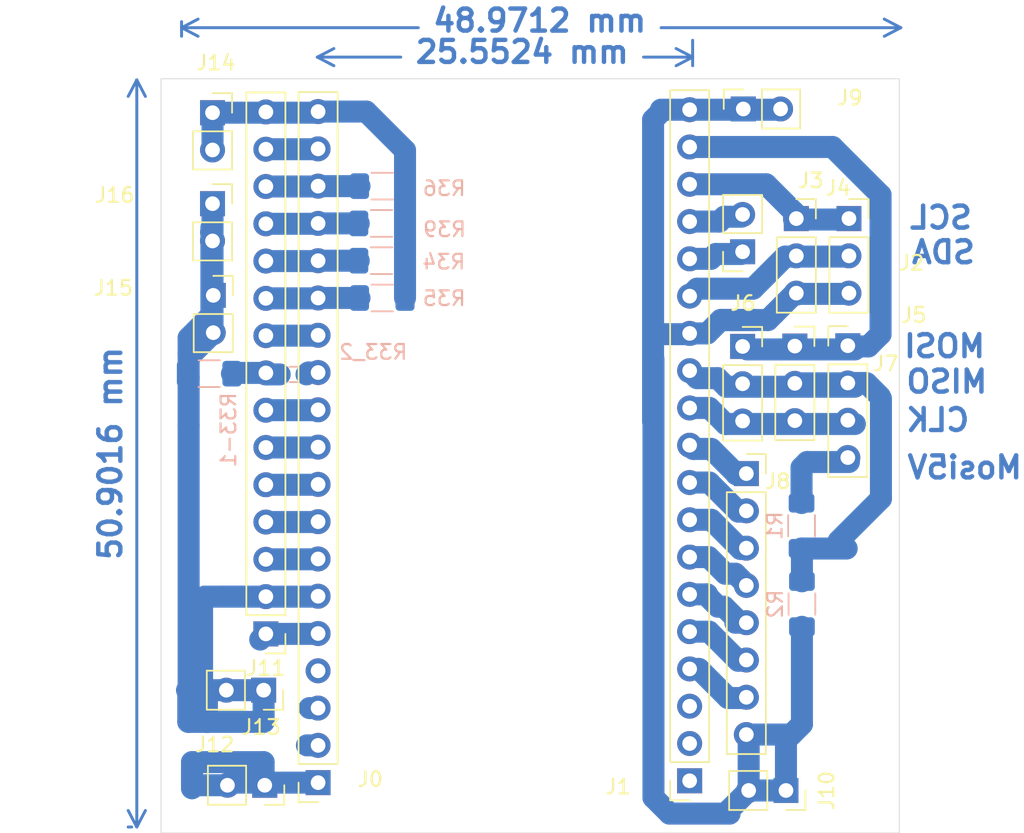
<source format=kicad_pcb>
(kicad_pcb (version 20240108) (generator "pcbnew") (generator_version "8.0")
  (layers (0 "F.Cu" signal) (31 "B.Cu" signal) (34 "B.Paste" user) (35 "F.Paste" user) (36 "B.SilkS" user "B.Silkscreen") (37 "F.SilkS" user "F.Silkscreen") (38 "B.Mask" user) (39 "F.Mask" user) (44 "Edge.Cuts" user))
  (net 0 "")
  (net 1 "Net-(J1-Pin_7)")
  (net 3 "Net-(J1-Pin_11)")
  (net 4 "Net-(J1-Pin_10)")
  (net 5 "Net-(J1-Pin_4)")
  (net 6 "Net-(J1-Pin_9)")
  (net 7 "Net-(J1-Pin_14)")
  (net 8 "Net-(J1-Pin_18)")
  (net 9 "Net-(J1-Pin_15)")
  (net 10 "Net-(J1-Pin_12)")
  (net 11 "Net-(J1-Pin_13)")
  (net 12 "Net-(J1-Pin_6)")
  (net 13 "Net-(J1-Pin_17)")
  (net 14 "Net-(J1-Pin_5)")
  (net 16 "Net-(J1-Pin_16)")
  (net 17 "Net-(J1-Pin_8)")
  (net 19 "unconnected-(J0-Pin_3-Pad3)")
  (net 20 "Net-(J0-Pin_16)")
  (net 21 "Net-(J0-Pin_19)")
  (net 22 "Net-(J0-Pin_5)")
  (net 23 "unconnected-(J0-Pin_4-Pad4)")
  (net 24 "Net-(J0-Pin_7)")
  (net 25 "Net-(J0-Pin_13)")
  (net 26 "Net-(J0-Pin_6)")
  (net 27 "Net-(J0-Pin_1)")
  (net 28 "Net-(J0-Pin_10)")
  (net 29 "unconnected-(J0-Pin_2-Pad2)")
  (net 30 "Net-(J0-Pin_12)")
  (net 31 "Net-(J0-Pin_9)")
  (net 32 "Net-(J0-Pin_15)")
  (net 33 "Net-(J0-Pin_17)")
  (net 34 "Net-(J0-Pin_8)")
  (net 35 "Net-(J0-Pin_14)")
  (net 36 "Net-(J0-Pin_11)")
  (net 37 "Net-(J0-Pin_18)")
  (net 38 "Net-(J7-Pin_4)")
  (net 39 "Net-(J11-Pin_8)")
  (footprint "Connector_PinSocket_2.54mm:PinSocket_1x02_P2.54mm_Vertical" (layer "F.Cu") (at 83.9724 82.423)
    (property "Reference" "J16" (at -6.6548 -0.5842 0) (layer "F.SilkS"))
    (property "Value" "Gnd")
    (fp_line (start -1.33 1.27) (end -1.33 3.87) (stroke (width 0.12)) (layer "F.SilkS"))
    (fp_line (start -1.33 1.27) (end 1.33 1.27) (stroke (width 0.12)) (layer "F.SilkS"))
    (fp_line (start -1.33 3.87) (end 1.33 3.87) (stroke (width 0.12)) (layer "F.SilkS"))
    (fp_line (start 0 -1.33) (end 1.33 -1.33) (stroke (width 0.12)) (layer "F.SilkS"))
    (fp_line (start 1.33 -1.33) (end 1.33 0) (stroke (width 0.12)) (layer "F.SilkS"))
    (fp_line (start 1.33 1.27) (end 1.33 3.87) (stroke (width 0.12)) (layer "F.SilkS"))
    (pad "1" thru_hole rect (at 0 0) (size 1.7 1.7) (drill 1) (layers "*.Cu" "*.Mask") (net 26 "Net-(J0-Pin_6)"))
    (pad "2" thru_hole oval (at 0 2.54) (size 1.7 1.7) (drill 1) (layers "*.Cu" "*.Mask") (net 26 "Net-(J0-Pin_6)"))
  )
  (footprint "Connector_PinSocket_2.54mm:PinSocket_1x08_P2.54mm_Vertical" (layer "F.Cu") (at 120.3198 100.8126)
    (property "Reference" "J8" (at 2.1336 0.5334 0) (layer "F.SilkS"))
    (property "Value" "TFT_CS_TFT_DC...")
    (fp_line (start -1.33 1.27) (end -1.33 19.11) (stroke (width 0.12)) (layer "F.SilkS"))
    (fp_line (start -1.33 1.27) (end 1.33 1.27) (stroke (width 0.12)) (layer "F.SilkS"))
    (fp_line (start -1.33 19.11) (end 1.33 19.11) (stroke (width 0.12)) (layer "F.SilkS"))
    (fp_line (start 0 -1.33) (end 1.33 -1.33) (stroke (width 0.12)) (layer "F.SilkS"))
    (fp_line (start 1.33 -1.33) (end 1.33 0) (stroke (width 0.12)) (layer "F.SilkS"))
    (fp_line (start 1.33 1.27) (end 1.33 19.11) (stroke (width 0.12)) (layer "F.SilkS"))
    (pad "1" thru_hole rect (at 0 0) (size 1.7 1.7) (drill 1) (layers "*.Cu" "*.Mask") (net 4 "Net-(J1-Pin_10)"))
    (pad "2" thru_hole oval (at 0 2.54) (size 1.7 1.7) (drill 1) (layers "*.Cu" "*.Mask") (net 6 "Net-(J1-Pin_9)"))
    (pad "3" thru_hole oval (at 0 5.08) (size 1.7 1.7) (drill 1) (layers "*.Cu" "*.Mask") (net 17 "Net-(J1-Pin_8)"))
    (pad "4" thru_hole oval (at 0 7.62) (size 1.7 1.7) (drill 1) (layers "*.Cu" "*.Mask") (net 1 "Net-(J1-Pin_7)"))
    (pad "5" thru_hole oval (at 0 10.16) (size 1.7 1.7) (drill 1) (layers "*.Cu" "*.Mask") (net 12 "Net-(J1-Pin_6)"))
    (pad "6" thru_hole oval (at 0 12.7) (size 1.7 1.7) (drill 1) (layers "*.Cu" "*.Mask") (net 14 "Net-(J1-Pin_5)"))
    (pad "7" thru_hole oval (at 0 15.24) (size 1.7 1.7) (drill 1) (layers "*.Cu" "*.Mask") (net 5 "Net-(J1-Pin_4)"))
    (pad "8" thru_hole oval (at 0 17.78) (size 1.7 1.7) (drill 1) (layers "*.Cu" "*.Mask") (net 11 "Net-(J1-Pin_13)"))
  )
  (footprint "Connector_PinSocket_2.54mm:PinSocket_1x03_P2.54mm_Vertical" (layer "F.Cu") (at 123.6218 92.1258)
    (property "Reference" "J5" (at 8.1026 -2.1082 0) (layer "F.SilkS"))
    (property "Value" "SPI_Mo_Mi_Slk" (hide yes))
    (fp_line (start -1.33 1.27) (end -1.33 6.41) (stroke (width 0.12)) (layer "F.SilkS"))
    (fp_line (start -1.33 1.27) (end 1.33 1.27) (stroke (width 0.12)) (layer "F.SilkS"))
    (fp_line (start -1.33 6.41) (end 1.33 6.41) (stroke (width 0.12)) (layer "F.SilkS"))
    (fp_line (start 0 -1.33) (end 1.33 -1.33) (stroke (width 0.12)) (layer "F.SilkS"))
    (fp_line (start 1.33 -1.33) (end 1.33 0) (stroke (width 0.12)) (layer "F.SilkS"))
    (fp_line (start 1.33 1.27) (end 1.33 6.41) (stroke (width 0.12)) (layer "F.SilkS"))
    (pad "1" thru_hole rect (at 0 0) (size 1.7 1.7) (drill 1) (layers "*.Cu" "*.Mask") (net 8 "Net-(J1-Pin_18)"))
    (pad "2" thru_hole oval (at 0 2.54) (size 1.7 1.7) (drill 1) (layers "*.Cu" "*.Mask") (net 10 "Net-(J1-Pin_12)"))
    (pad "3" thru_hole oval (at 0 5.08) (size 1.7 1.7) (drill 1) (layers "*.Cu" "*.Mask") (net 3 "Net-(J1-Pin_11)"))
  )
  (footprint "Connector_PinHeader_2.54mm:PinHeader_1x15_P2.54mm_Vertical" (layer "F.Cu") (at 87.6046 111.7346 180)
    (property "Reference" "J11" (at 0 -2.33 180) (layer "F.SilkS"))
    (property "Value" "esp_r_3V3_En_GPIO_36_39...Gnd_13")
    (fp_line (start 1.33 1.27) (end 1.33 36.89) (stroke (width 0.12)) (layer "F.SilkS"))
    (fp_line (start -1.33 36.89) (end 1.33 36.89) (stroke (width 0.12)) (layer "F.SilkS"))
    (fp_line (start -1.33 1.27) (end 1.33 1.27) (stroke (width 0.12)) (layer "F.SilkS"))
    (fp_line (start -1.33 1.27) (end -1.33 36.89) (stroke (width 0.12)) (layer "F.SilkS"))
    (fp_line (start -1.33 0) (end -1.33 -1.33) (stroke (width 0.12)) (layer "F.SilkS"))
    (fp_line (start -1.33 -1.33) (end 0 -1.33) (stroke (width 0.12)) (layer "F.SilkS"))
    (pad "1" thru_hole rect (at 0 0 180) (size 1.7 1.7) (drill 1) (layers "*.Cu" "*.Mask") (net 22 "Net-(J0-Pin_5)"))
    (pad "2" thru_hole oval (at 0 2.54 180) (size 1.7 1.7) (drill 1) (layers "*.Cu" "*.Mask") (net 26 "Net-(J0-Pin_6)"))
    (pad "3" thru_hole oval (at 0 5.08 180) (size 1.7 1.7) (drill 1) (layers "*.Cu" "*.Mask") (net 24 "Net-(J0-Pin_7)"))
    (pad "4" thru_hole oval (at 0 7.62 180) (size 1.7 1.7) (drill 1) (layers "*.Cu" "*.Mask") (net 34 "Net-(J0-Pin_8)"))
    (pad "5" thru_hole oval (at 0 10.16 180) (size 1.7 1.7) (drill 1) (layers "*.Cu" "*.Mask") (net 31 "Net-(J0-Pin_9)"))
    (pad "6" thru_hole oval (at 0 12.7 180) (size 1.7 1.7) (drill 1) (layers "*.Cu" "*.Mask") (net 28 "Net-(J0-Pin_10)"))
    (pad "7" thru_hole oval (at 0 15.24 180) (size 1.7 1.7) (drill 1) (layers "*.Cu" "*.Mask") (net 36 "Net-(J0-Pin_11)"))
    (pad "8" thru_hole oval (at 0 17.78 180) (size 1.7 1.7) (drill 1) (layers "*.Cu" "*.Mask") (net 39 "Net-(J11-Pin_8)"))
    (pad "9" thru_hole oval (at 0 20.32 180) (size 1.7 1.7) (drill 1) (layers "*.Cu" "*.Mask") (net 25 "Net-(J0-Pin_13)"))
    (pad "10" thru_hole oval (at 0 22.86 180) (size 1.7 1.7) (drill 1) (layers "*.Cu" "*.Mask") (net 35 "Net-(J0-Pin_14)"))
    (pad "11" thru_hole oval (at 0 25.4 180) (size 1.7 1.7) (drill 1) (layers "*.Cu" "*.Mask") (net 32 "Net-(J0-Pin_15)"))
    (pad "12" thru_hole oval (at 0 27.94 180) (size 1.7 1.7) (drill 1) (layers "*.Cu" "*.Mask") (net 20 "Net-(J0-Pin_16)"))
    (pad "13" thru_hole oval (at 0 30.48 180) (size 1.7 1.7) (drill 1) (layers "*.Cu" "*.Mask") (net 33 "Net-(J0-Pin_17)"))
    (pad "14" thru_hole oval (at 0 33.02 180) (size 1.7 1.7) (drill 1) (layers "*.Cu" "*.Mask") (net 37 "Net-(J0-Pin_18)"))
    (pad "15" thru_hole oval (at 0 35.56 180) (size 1.7 1.7) (drill 1) (layers "*.Cu" "*.Mask") (net 21 "Net-(J0-Pin_19)"))
  )
  (footprint "Connector_PinSocket_2.54mm:PinSocket_1x03_P2.54mm_Vertical" (layer "F.Cu") (at 127.3048 83.439)
    (property "Reference" "J4" (at -0.7366 -2.0828 180) (layer "F.SilkS"))
    (property "Value" "SCL_SDA_Gnd")
    (fp_line (start -1.33 1.27) (end -1.33 6.41) (stroke (width 0.12)) (layer "F.SilkS"))
    (fp_line (start -1.33 1.27) (end 1.33 1.27) (stroke (width 0.12)) (layer "F.SilkS"))
    (fp_line (start -1.33 6.41) (end 1.33 6.41) (stroke (width 0.12)) (layer "F.SilkS"))
    (fp_line (start 0 -1.33) (end 1.33 -1.33) (stroke (width 0.12)) (layer "F.SilkS"))
    (fp_line (start 1.33 -1.33) (end 1.33 0) (stroke (width 0.12)) (layer "F.SilkS"))
    (fp_line (start 1.33 1.27) (end 1.33 6.41) (stroke (width 0.12)) (layer "F.SilkS"))
    (pad "1" thru_hole rect (at 0 0) (size 1.7 1.7) (drill 1) (layers "*.Cu" "*.Mask") (net 13 "Net-(J1-Pin_17)"))
    (pad "2" thru_hole oval (at 0 2.54) (size 1.7 1.7) (drill 1) (layers "*.Cu" "*.Mask") (net 7 "Net-(J1-Pin_14)"))
    (pad "3" thru_hole oval (at 0 5.08) (size 1.7 1.7) (drill 1) (layers "*.Cu" "*.Mask") (net 11 "Net-(J1-Pin_13)"))
  )
  (footprint "Connector_PinHeader_2.54mm:PinHeader_1x04_P2.54mm_Vertical" (layer "F.Cu") (at 127.2286 92.1004)
    (property "Reference" "J7" (at 2.5908 1.2192 0) (layer "F.SilkS"))
    (property "Value" "MO_MI_SLK_MI5V")
    (fp_line (start -1.33 -1.33) (end 0 -1.33) (stroke (width 0.12)) (layer "F.SilkS"))
    (fp_line (start -1.33 0) (end -1.33 -1.33) (stroke (width 0.12)) (layer "F.SilkS"))
    (fp_line (start -1.33 1.27) (end -1.33 8.95) (stroke (width 0.12)) (layer "F.SilkS"))
    (fp_line (start -1.33 1.27) (end 1.33 1.27) (stroke (width 0.12)) (layer "F.SilkS"))
    (fp_line (start -1.33 8.95) (end 1.33 8.95) (stroke (width 0.12)) (layer "F.SilkS"))
    (fp_line (start 1.33 1.27) (end 1.33 8.95) (stroke (width 0.12)) (layer "F.SilkS"))
    (pad "1" thru_hole rect (at 0 0) (size 1.7 1.7) (drill 1) (layers "*.Cu" "*.Mask") (net 8 "Net-(J1-Pin_18)"))
    (pad "2" thru_hole oval (at 0 2.54) (size 1.7 1.7) (drill 1) (layers "*.Cu" "*.Mask") (net 10 "Net-(J1-Pin_12)"))
    (pad "3" thru_hole oval (at 0 5.08) (size 1.7 1.7) (drill 1) (layers "*.Cu" "*.Mask") (net 3 "Net-(J1-Pin_11)"))
    (pad "4" thru_hole oval (at 0 7.62) (size 1.7 1.7) (drill 1) (layers "*.Cu" "*.Mask") (net 38 "Net-(J7-Pin_4)"))
  )
  (footprint "Connector_PinSocket_2.54mm:PinSocket_1x02_P2.54mm_Vertical" (layer "F.Cu") (at 123.0176 122.4022 -90)
    (property "Reference" "J10" (at 0 -2.77 90) (layer "F.SilkS"))
    (property "Value" "Gnd")
    (fp_line (start -1.33 3.87) (end 1.33 3.87) (stroke (width 0.12)) (layer "F.SilkS"))
    (fp_line (start -1.33 1.27) (end -1.33 3.87) (stroke (width 0.12)) (layer "F.SilkS"))
    (fp_line (start -1.33 1.27) (end 1.33 1.27) (stroke (width 0.12)) (layer "F.SilkS"))
    (fp_line (start 1.33 1.27) (end 1.33 3.87) (stroke (width 0.12)) (layer "F.SilkS"))
    (fp_line (start 0 -1.33) (end 1.33 -1.33) (stroke (width 0.12)) (layer "F.SilkS"))
    (fp_line (start 1.33 -1.33) (end 1.33 0) (stroke (width 0.12)) (layer "F.SilkS"))
    (pad "1" thru_hole rect (at 0 0 270) (size 1.7 1.7) (drill 1) (layers "*.Cu" "*.Mask") (net 11 "Net-(J1-Pin_13)"))
    (pad "2" thru_hole oval (at 0 2.54 270) (size 1.7 1.7) (drill 1) (layers "*.Cu" "*.Mask") (net 11 "Net-(J1-Pin_13)"))
  )
  (footprint "Connector_PinSocket_2.54mm:PinSocket_1x02_P2.54mm_Vertical" (layer "F.Cu") (at 120.1112 75.9718 90)
    (property "Reference" "J9" (at 0.762 7.2644 0) (layer "F.SilkS"))
    (property "Value" "Gnd")
    (fp_line (start 1.33 -1.33) (end 1.33 0) (stroke (width 0.12)) (layer "F.SilkS"))
    (fp_line (start 0 -1.33) (end 1.33 -1.33) (stroke (width 0.12)) (layer "F.SilkS"))
    (fp_line (start 1.33 1.27) (end 1.33 3.87) (stroke (width 0.12)) (layer "F.SilkS"))
    (fp_line (start -1.33 1.27) (end 1.33 1.27) (stroke (width 0.12)) (layer "F.SilkS"))
    (fp_line (start -1.33 1.27) (end -1.33 3.87) (stroke (width 0.12)) (layer "F.SilkS"))
    (fp_line (start -1.33 3.87) (end 1.33 3.87) (stroke (width 0.12)) (layer "F.SilkS"))
    (pad "1" thru_hole rect (at 0 0 90) (size 1.7 1.7) (drill 1) (layers "*.Cu" "*.Mask") (net 11 "Net-(J1-Pin_13)"))
    (pad "2" thru_hole oval (at 0 2.54 90) (size 1.7 1.7) (drill 1) (layers "*.Cu" "*.Mask") (net 11 "Net-(J1-Pin_13)"))
  )
  (footprint "Connector_PinSocket_2.54mm:PinSocket_1x19_P2.54mm_Vertical" (layer "F.Cu") (at 91.1606 121.8692 180)
    (property "Reference" "J0" (at -3.556 0.2286 180) (layer "F.SilkS"))
    (property "Value" "esp32_r")
    (fp_line (start 1.33 1.27) (end 1.33 47.05) (stroke (width 0.12)) (layer "F.SilkS"))
    (fp_line (start 1.33 -1.33) (end 1.33 0) (stroke (width 0.12)) (layer "F.SilkS"))
    (fp_line (start 0 -1.33) (end 1.33 -1.33) (stroke (width 0.12)) (layer "F.SilkS"))
    (fp_line (start -1.33 47.05) (end 1.33 47.05) (stroke (width 0.12)) (layer "F.SilkS"))
    (fp_line (start -1.33 1.27) (end 1.33 1.27) (stroke (width 0.12)) (layer "F.SilkS"))
    (fp_line (start -1.33 1.27) (end -1.33 47.05) (stroke (width 0.12)) (layer "F.SilkS"))
    (pad "1" thru_hole rect (at 0 0 180) (size 1.7 1.7) (drill 1) (layers "*.Cu" "*.Mask") (net 27 "Net-(J0-Pin_1)"))
    (pad "2" thru_hole oval (at 0 2.54 180) (size 1.7 1.7) (drill 1) (layers "*.Cu" "*.Mask") (net 29 "unconnected-(J0-Pin_2-Pad2)"))
    (pad "3" thru_hole oval (at 0 5.08 180) (size 1.7 1.7) (drill 1) (layers "*.Cu" "*.Mask") (net 19 "unconnected-(J0-Pin_3-Pad3)"))
    (pad "4" thru_hole oval (at 0 7.62 180) (size 1.7 1.7) (drill 1) (layers "*.Cu" "*.Mask") (net 23 "unconnected-(J0-Pin_4-Pad4)"))
    (pad "5" thru_hole oval (at 0 10.16 180) (size 1.7 1.7) (drill 1) (layers "*.Cu" "*.Mask") (net 22 "Net-(J0-Pin_5)"))
    (pad "6" thru_hole oval (at 0 12.7 180) (size 1.7 1.7) (drill 1) (layers "*.Cu" "*.Mask") (net 26 "Net-(J0-Pin_6)"))
    (pad "7" thru_hole oval (at 0 15.24 180) (size 1.7 1.7) (drill 1) (layers "*.Cu" "*.Mask") (net 24 "Net-(J0-Pin_7)"))
    (pad "8" thru_hole oval (at 0 17.78 180) (size 1.7 1.7) (drill 1) (layers "*.Cu" "*.Mask") (net 34 "Net-(J0-Pin_8)"))
    (pad "9" thru_hole oval (at 0 20.32 180) (size 1.7 1.7) (drill 1) (layers "*.Cu" "*.Mask") (net 31 "Net-(J0-Pin_9)"))
    (pad "10" thru_hole oval (at 0 22.86 180) (size 1.7 1.7) (drill 1) (layers "*.Cu" "*.Mask") (net 28 "Net-(J0-Pin_10)"))
    (pad "11" thru_hole oval (at 0 25.4 180) (size 1.7 1.7) (drill 1) (layers "*.Cu" "*.Mask") (net 36 "Net-(J0-Pin_11)"))
    (pad "12" thru_hole oval (at 0 27.94 180) (size 1.7 1.7) (drill 1) (layers "*.Cu" "*.Mask") (net 30 "Net-(J0-Pin_12)"))
    (pad "13" thru_hole oval (at 0 30.48 180) (size 1.7 1.7) (drill 1) (layers "*.Cu" "*.Mask") (net 25 "Net-(J0-Pin_13)"))
    (pad "14" thru_hole oval (at 0 33.02 180) (size 1.7 1.7) (drill 1) (layers "*.Cu" "*.Mask") (net 35 "Net-(J0-Pin_14)"))
    (pad "15" thru_hole oval (at 0 35.56 180) (size 1.7 1.7) (drill 1) (layers "*.Cu" "*.Mask") (net 32 "Net-(J0-Pin_15)"))
    (pad "16" thru_hole oval (at 0 38.1 180) (size 1.7 1.7) (drill 1) (layers "*.Cu" "*.Mask") (net 20 "Net-(J0-Pin_16)"))
    (pad "17" thru_hole oval (at 0 40.64 180) (size 1.7 1.7) (drill 1) (layers "*.Cu" "*.Mask") (net 33 "Net-(J0-Pin_17)"))
    (pad "18" thru_hole oval (at 0 43.18 180) (size 1.7 1.7) (drill 1) (layers "*.Cu" "*.Mask") (net 37 "Net-(J0-Pin_18)"))
    (pad "19" thru_hole oval (at 0 45.72 180) (size 1.7 1.7) (drill 1) (layers "*.Cu" "*.Mask") (net 21 "Net-(J0-Pin_19)"))
  )
  (footprint "Connector_PinSocket_2.54mm:PinSocket_1x02_P2.54mm_Vertical" (layer "F.Cu") (at 87.4522 115.57 -90)
    (property "Reference" "J13" (at 2.5146 0.1778 180) (layer "F.SilkS"))
    (property "Value" "Gnd")
    (fp_line (start -1.33 3.87) (end 1.33 3.87) (stroke (width 0.12)) (layer "F.SilkS"))
    (fp_line (start -1.33 1.27) (end -1.33 3.87) (stroke (width 0.12)) (layer "F.SilkS"))
    (fp_line (start -1.33 1.27) (end 1.33 1.27) (stroke (width 0.12)) (layer "F.SilkS"))
    (fp_line (start 1.33 1.27) (end 1.33 3.87) (stroke (width 0.12)) (layer "F.SilkS"))
    (fp_line (start 0 -1.33) (end 1.33 -1.33) (stroke (width 0.12)) (layer "F.SilkS"))
    (fp_line (start 1.33 -1.33) (end 1.33 0) (stroke (width 0.12)) (layer "F.SilkS"))
    (pad "1" thru_hole rect (at 0 0 270) (size 1.7 1.7) (drill 1) (layers "*.Cu" "*.Mask") (net 26 "Net-(J0-Pin_6)"))
    (pad "2" thru_hole oval (at 0 2.54 270) (size 1.7 1.7) (drill 1) (layers "*.Cu" "*.Mask") (net 26 "Net-(J0-Pin_6)"))
  )
  (footprint "Connector_PinSocket_2.54mm:PinSocket_1x03_P2.54mm_Vertical" (layer "F.Cu") (at 120.0658 92.1512)
    (property "Reference" "J6" (at 0.0254 -2.9464 0) (layer "F.SilkS"))
    (property "Value" "SPI_Mo_Mi_Slk" (hide yes))
    (fp_line (start -1.33 1.27) (end -1.33 6.41) (stroke (width 0.12)) (layer "F.SilkS"))
    (fp_line (start -1.33 1.27) (end 1.33 1.27) (stroke (width 0.12)) (layer "F.SilkS"))
    (fp_line (start -1.33 6.41) (end 1.33 6.41) (stroke (width 0.12)) (layer "F.SilkS"))
    (fp_line (start 0 -1.33) (end 1.33 -1.33) (stroke (width 0.12)) (layer "F.SilkS"))
    (fp_line (start 1.33 -1.33) (end 1.33 0) (stroke (width 0.12)) (layer "F.SilkS"))
    (fp_line (start 1.33 1.27) (end 1.33 6.41) (stroke (width 0.12)) (layer "F.SilkS"))
    (pad "1" thru_hole rect (at 0 0) (size 1.7 1.7) (drill 1) (layers "*.Cu" "*.Mask") (net 8 "Net-(J1-Pin_18)"))
    (pad "2" thru_hole oval (at 0 2.54) (size 1.7 1.7) (drill 1) (layers "*.Cu" "*.Mask") (net 10 "Net-(J1-Pin_12)"))
    (pad "3" thru_hole oval (at 0 5.08) (size 1.7 1.7) (drill 1) (layers "*.Cu" "*.Mask") (net 3 "Net-(J1-Pin_11)"))
  )
  (footprint "Connector_PinSocket_2.54mm:PinSocket_1x19_P2.54mm_Vertical" (layer "F.Cu") (at 116.459 121.7422 180)
    (property "Reference" "J1" (at 4.8768 -0.4064 180) (layer "F.SilkS"))
    (property "Value" "esp32_l")
    (fp_line (start 1.33 1.27) (end 1.33 47.05) (stroke (width 0.12)) (layer "F.SilkS"))
    (fp_line (start 1.33 -1.33) (end 1.33 0) (stroke (width 0.12)) (layer "F.SilkS"))
    (fp_line (start 0 -1.33) (end 1.33 -1.33) (stroke (width 0.12)) (layer "F.SilkS"))
    (fp_line (start -1.33 47.05) (end 1.33 47.05) (stroke (width 0.12)) (layer "F.SilkS"))
    (fp_line (start -1.33 1.27) (end 1.33 1.27) (stroke (width 0.12)) (layer "F.SilkS"))
    (fp_line (start -1.33 1.27) (end -1.33 47.05) (stroke (width 0.12)) (layer "F.SilkS"))
    (pad "1" thru_hole rect (at 0 0 180) (size 1.7 1.7) (drill 1) (layers "*.Cu" "*.Mask"))
    (pad "2" thru_hole oval (at 0 2.54 180) (size 1.7 1.7) (drill 1) (layers "*.Cu" "*.Mask"))
    (pad "3" thru_hole oval (at 0 5.08 180) (size 1.7 1.7) (drill 1) (layers "*.Cu" "*.Mask"))
    (pad "4" thru_hole oval (at 0 7.62 180) (size 1.7 1.7) (drill 1) (layers "*.Cu" "*.Mask") (net 5 "Net-(J1-Pin_4)"))
    (pad "5" thru_hole oval (at 0 10.16 180) (size 1.7 1.7) (drill 1) (layers "*.Cu" "*.Mask") (net 14 "Net-(J1-Pin_5)"))
    (pad "6" thru_hole oval (at 0 12.7 180) (size 1.7 1.7) (drill 1) (layers "*.Cu" "*.Mask") (net 12 "Net-(J1-Pin_6)"))
    (pad "7" thru_hole oval (at 0 15.24 180) (size 1.7 1.7) (drill 1) (layers "*.Cu" "*.Mask") (net 1 "Net-(J1-Pin_7)"))
    (pad "8" thru_hole oval (at 0 17.78 180) (size 1.7 1.7) (drill 1) (layers "*.Cu" "*.Mask") (net 17 "Net-(J1-Pin_8)"))
    (pad "9" thru_hole oval (at 0 20.32 180) (size 1.7 1.7) (drill 1) (layers "*.Cu" "*.Mask") (net 6 "Net-(J1-Pin_9)"))
    (pad "10" thru_hole oval (at 0 22.86 180) (size 1.7 1.7) (drill 1) (layers "*.Cu" "*.Mask") (net 4 "Net-(J1-Pin_10)"))
    (pad "11" thru_hole oval (at 0 25.4 180) (size 1.7 1.7) (drill 1) (layers "*.Cu" "*.Mask") (net 3 "Net-(J1-Pin_11)"))
    (pad "12" thru_hole oval (at 0 27.94 180) (size 1.7 1.7) (drill 1) (layers "*.Cu" "*.Mask") (net 10 "Net-(J1-Pin_12)"))
    (pad "13" thru_hole oval (at 0 30.48 180) (size 1.7 1.7) (drill 1) (layers "*.Cu" "*.Mask") (net 11 "Net-(J1-Pin_13)"))
    (pad "14" thru_hole oval (at 0 33.02 180) (size 1.7 1.7) (drill 1) (layers "*.Cu" "*.Mask") (net 7 "Net-(J1-Pin_14)"))
    (pad "15" thru_hole oval (at 0 35.56 180) (size 1.7 1.7) (drill 1) (layers "*.Cu" "*.Mask") (net 9 "Net-(J1-Pin_15)"))
    (pad "16" thru_hole oval (at 0 38.1 180) (size 1.7 1.7) (drill 1) (layers "*.Cu" "*.Mask") (net 16 "Net-(J1-Pin_16)"))
    (pad "17" thru_hole oval (at 0 40.64 180) (size 1.7 1.7) (drill 1) (layers "*.Cu" "*.Mask") (net 13 "Net-(J1-Pin_17)"))
    (pad "18" thru_hole oval (at 0 43.18 180) (size 1.7 1.7) (drill 1) (layers "*.Cu" "*.Mask") (net 8 "Net-(J1-Pin_18)"))
    (pad "19" thru_hole oval (at 0 45.72 180) (size 1.7 1.7) (drill 1) (layers "*.Cu" "*.Mask") (net 11 "Net-(J1-Pin_13)"))
  )
  (footprint "Connector_PinSocket_2.54mm:PinSocket_1x02_P2.54mm_Vertical" (layer "F.Cu") (at 87.5284 122.047 -90)
    (property "Reference" "J12" (at -2.7686 3.4036 180) (layer "F.SilkS"))
    (property "Value" "+5V")
    (fp_line (start -1.33 3.87) (end 1.33 3.87) (stroke (width 0.12)) (layer "F.SilkS"))
    (fp_line (start -1.33 1.27) (end -1.33 3.87) (stroke (width 0.12)) (layer "F.SilkS"))
    (fp_line (start -1.33 1.27) (end 1.33 1.27) (stroke (width 0.12)) (layer "F.SilkS"))
    (fp_line (start 1.33 1.27) (end 1.33 3.87) (stroke (width 0.12)) (layer "F.SilkS"))
    (fp_line (start 0 -1.33) (end 1.33 -1.33) (stroke (width 0.12)) (layer "F.SilkS"))
    (fp_line (start 1.33 -1.33) (end 1.33 0) (stroke (width 0.12)) (layer "F.SilkS"))
    (pad "1" thru_hole rect (at 0 0 270) (size 1.7 1.7) (drill 1) (layers "*.Cu" "*.Mask") (net 27 "Net-(J0-Pin_1)"))
    (pad "2" thru_hole oval (at 0 2.54 270) (size 1.7 1.7) (drill 1) (layers "*.Cu" "*.Mask") (net 27 "Net-(J0-Pin_1)"))
  )
  (footprint "Connector_PinSocket_2.54mm:PinSocket_1x02_P2.54mm_Vertical" (layer "F.Cu") (at 83.9724 76.2254)
    (property "Reference" "J14" (at 0.2286 -3.4036 0) (layer "F.SilkS"))
    (property "Value" "+3V3")
    (fp_line (start -1.33 1.27) (end -1.33 3.87) (stroke (width 0.12)) (layer "F.SilkS"))
    (fp_line (start -1.33 1.27) (end 1.33 1.27) (stroke (width 0.12)) (layer "F.SilkS"))
    (fp_line (start -1.33 3.87) (end 1.33 3.87) (stroke (width 0.12)) (layer "F.SilkS"))
    (fp_line (start 0 -1.33) (end 1.33 -1.33) (stroke (width 0.12)) (layer "F.SilkS"))
    (fp_line (start 1.33 -1.33) (end 1.33 0) (stroke (width 0.12)) (layer "F.SilkS"))
    (fp_line (start 1.33 1.27) (end 1.33 3.87) (stroke (width 0.12)) (layer "F.SilkS"))
    (pad "1" thru_hole rect (at 0 0) (size 1.7 1.7) (drill 1) (layers "*.Cu" "*.Mask") (net 21 "Net-(J0-Pin_19)"))
    (pad "2" thru_hole oval (at 0 2.54) (size 1.7 1.7) (drill 1) (layers "*.Cu" "*.Mask") (net 21 "Net-(J0-Pin_19)"))
  )
  (footprint "Connector_PinSocket_2.54mm:PinSocket_1x02_P2.54mm_Vertical" (layer "F.Cu") (at 120.0658 85.6996 180)
    (property "Reference" "J2" (at -11.5062 -0.762 180) (layer "F.SilkS"))
    (property "Value" "Rx/Tx")
    (fp_line (start 1.33 1.27) (end 1.33 3.87) (stroke (width 0.12)) (layer "F.SilkS"))
    (fp_line (start 1.33 -1.33) (end 1.33 0) (stroke (width 0.12)) (layer "F.SilkS"))
    (fp_line (start 0 -1.33) (end 1.33 -1.33) (stroke (width 0.12)) (layer "F.SilkS"))
    (fp_line (start -1.33 3.87) (end 1.33 3.87) (stroke (width 0.12)) (layer "F.SilkS"))
    (fp_line (start -1.33 1.27) (end 1.33 1.27) (stroke (width 0.12)) (layer "F.SilkS"))
    (fp_line (start -1.33 1.27) (end -1.33 3.87) (stroke (width 0.12)) (layer "F.SilkS"))
    (pad "1" thru_hole rect (at 0 0 180) (size 1.7 1.7) (drill 1) (layers "*.Cu" "*.Mask") (net 9 "Net-(J1-Pin_15)"))
    (pad "2" thru_hole oval (at 0 2.54 180) (size 1.7 1.7) (drill 1) (layers "*.Cu" "*.Mask") (net 16 "Net-(J1-Pin_16)"))
  )
  (footprint "Connector_PinSocket_2.54mm:PinSocket_1x02_P2.54mm_Vertical" (layer "F.Cu") (at 84.0232 88.6714)
    (property "Reference" "J15" (at -6.8072 -0.508 0) (layer "F.SilkS"))
    (property "Value" "Gnd")
    (fp_line (start -1.33 1.27) (end -1.33 3.87) (stroke (width 0.12)) (layer "F.SilkS"))
    (fp_line (start -1.33 1.27) (end 1.33 1.27) (stroke (width 0.12)) (layer "F.SilkS"))
    (fp_line (start -1.33 3.87) (end 1.33 3.87) (stroke (width 0.12)) (layer "F.SilkS"))
    (fp_line (start 0 -1.33) (end 1.33 -1.33) (stroke (width 0.12)) (layer "F.SilkS"))
    (fp_line (start 1.33 -1.33) (end 1.33 0) (stroke (width 0.12)) (layer "F.SilkS"))
    (fp_line (start 1.33 1.27) (end 1.33 3.87) (stroke (width 0.12)) (layer "F.SilkS"))
    (pad "1" thru_hole rect (at 0 0) (size 1.7 1.7) (drill 1) (layers "*.Cu" "*.Mask") (net 26 "Net-(J0-Pin_6)"))
    (pad "2" thru_hole oval (at 0 2.54) (size 1.7 1.7) (drill 1) (layers "*.Cu" "*.Mask") (net 26 "Net-(J0-Pin_6)"))
  )
  (footprint "Connector_PinSocket_2.54mm:PinSocket_1x03_P2.54mm_Vertical" (layer "F.Cu") (at 123.7234 83.439)
    (property "Reference" "J3" (at 0.9906 -2.5908 180) (layer "F.SilkS"))
    (property "Value" "SCL_SDA_Gnd")
    (fp_line (start -1.33 1.27) (end -1.33 6.41) (stroke (width 0.12)) (layer "F.SilkS"))
    (fp_line (start -1.33 1.27) (end 1.33 1.27) (stroke (width 0.12)) (layer "F.SilkS"))
    (fp_line (start -1.33 6.41) (end 1.33 6.41) (stroke (width 0.12)) (layer "F.SilkS"))
    (fp_line (start 0 -1.33) (end 1.33 -1.33) (stroke (width 0.12)) (layer "F.SilkS"))
    (fp_line (start 1.33 -1.33) (end 1.33 0) (stroke (width 0.12)) (layer "F.SilkS"))
    (fp_line (start 1.33 1.27) (end 1.33 6.41) (stroke (width 0.12)) (layer "F.SilkS"))
    (pad "1" thru_hole rect (at 0 0) (size 1.7 1.7) (drill 1) (layers "*.Cu" "*.Mask") (net 13 "Net-(J1-Pin_17)"))
    (pad "2" thru_hole oval (at 0 2.54) (size 1.7 1.7) (drill 1) (layers "*.Cu" "*.Mask") (net 7 "Net-(J1-Pin_14)"))
    (pad "3" thru_hole oval (at 0 5.08) (size 1.7 1.7) (drill 1) (layers "*.Cu" "*.Mask") (net 11 "Net-(J1-Pin_13)"))
  )
  (footprint "Resistor_SMD:R_0603_1608Metric_Pad0.98x0.95mm_HandSolder" (layer "B.Cu") (at 89.4588 94.0562 180)
    (property "Reference" "R33_2" (at -5.461 1.524 180) (layer "B.SilkS") (effects (justify mirror)))
    (property "Value" "10k")
    (fp_line (start 0.254724 0.5225) (end -0.254724 0.5225) (stroke (width 0.12)) (layer "B.SilkS"))
    (fp_line (start 0.254724 -0.5225) (end -0.254724 -0.5225) (stroke (width 0.12)) (layer "B.SilkS"))
    (pad "1" smd roundrect (at -0.9125 0 180) (size 0.975 0.95) (layers "B.Cu" "B.Paste" "B.Mask") (net 30 "Net-(J0-Pin_12)"))
    (pad "2" smd roundrect (at 0.9125 0 180) (size 0.975 0.95) (layers "B.Cu" "B.Paste" "B.Mask") (net 39 "Net-(J11-Pin_8)"))
  )
  (footprint "Resistor_SMD:R_1206_3216Metric_Pad1.30x1.75mm_HandSolder" (layer "B.Cu") (at 95.4786 86.3092)
    (property "Reference" "R34" (at 4.2418 0.0762 0) (layer "B.SilkS") (effects (justify mirror)))
    (property "Value" "5k")
    (fp_line (start 0.727064 -0.91) (end -0.727064 -0.91) (stroke (width 0.12)) (layer "B.SilkS"))
    (fp_line (start 0.727064 0.91) (end -0.727064 0.91) (stroke (width 0.12)) (layer "B.SilkS"))
    (pad "1" smd roundrect (at -1.55 0) (size 1.3 1.75) (layers "B.Cu" "B.Paste" "B.Mask") (roundrect_rratio 0.192308) (net 32 "Net-(J0-Pin_15)"))
    (pad "2" smd roundrect (at 1.55 0) (size 1.3 1.75) (layers "B.Cu" "B.Paste" "B.Mask") (roundrect_rratio 0.192308) (net 21 "Net-(J0-Pin_19)"))
  )
  (footprint "Resistor_SMD:R_1206_3216Metric_Pad1.30x1.75mm_HandSolder" (layer "B.Cu") (at 83.7438 94.0054 180)
    (property "Reference" "R33-1" (at -1.3208 -3.8354 -90) (layer "B.SilkS") (effects (justify mirror)))
    (property "Value" "5k")
    (fp_line (start 0.727064 0.91) (end -0.727064 0.91) (stroke (width 0.12)) (layer "B.SilkS"))
    (fp_line (start 0.727064 -0.91) (end -0.727064 -0.91) (stroke (width 0.12)) (layer "B.SilkS"))
    (pad "1" smd roundrect (at -1.55 0 180) (size 1.3 1.75) (layers "B.Cu" "B.Paste" "B.Mask") (roundrect_rratio 0.192308) (net 39 "Net-(J11-Pin_8)"))
    (pad "2" smd roundrect (at 1.55 0 180) (size 1.3 1.75) (layers "B.Cu" "B.Paste" "B.Mask") (roundrect_rratio 0.192308) (net 26 "Net-(J0-Pin_6)"))
  )
  (footprint "Resistor_SMD:R_1206_3216Metric_Pad1.30x1.75mm_HandSolder" (layer "B.Cu") (at 95.5294 88.8492)
    (property "Reference" "R35" (at 4.2164 0.0254 0) (layer "B.SilkS") (effects (justify mirror)))
    (property "Value" "5k")
    (fp_line (start 0.727064 -0.91) (end -0.727064 -0.91) (stroke (width 0.12)) (layer "B.SilkS"))
    (fp_line (start 0.727064 0.91) (end -0.727064 0.91) (stroke (width 0.12)) (layer "B.SilkS"))
    (pad "1" smd roundrect (at -1.55 0) (size 1.3 1.75) (layers "B.Cu" "B.Paste" "B.Mask") (roundrect_rratio 0.192308) (net 35 "Net-(J0-Pin_14)"))
    (pad "2" smd roundrect (at 1.55 0) (size 1.3 1.75) (layers "B.Cu" "B.Paste" "B.Mask") (roundrect_rratio 0.192308) (net 21 "Net-(J0-Pin_19)"))
  )
  (footprint "Resistor_SMD:R_1206_3216Metric_Pad1.30x1.75mm_HandSolder" (layer "B.Cu") (at 95.4786 83.7692)
    (property "Reference" "R39" (at 4.2926 0.4064 0) (layer "B.SilkS") (effects (justify mirror)))
    (property "Value" "5k")
    (fp_line (start 0.727064 -0.91) (end -0.727064 -0.91) (stroke (width 0.12)) (layer "B.SilkS"))
    (fp_line (start 0.727064 0.91) (end -0.727064 0.91) (stroke (width 0.12)) (layer "B.SilkS"))
    (pad "1" smd roundrect (at -1.55 0) (size 1.3 1.75) (layers "B.Cu" "B.Paste" "B.Mask") (roundrect_rratio 0.192308) (net 20 "Net-(J0-Pin_16)"))
    (pad "2" smd roundrect (at 1.55 0) (size 1.3 1.75) (layers "B.Cu" "B.Paste" "B.Mask") (roundrect_rratio 0.192308) (net 21 "Net-(J0-Pin_19)"))
  )
  (footprint "Resistor_SMD:R_1206_3216Metric_Pad1.30x1.75mm_HandSolder" (layer "B.Cu") (at 124.079 104.3686 -90)
    (property "Reference" "R1" (at 0 1.82 90) (layer "B.SilkS") (effects (justify mirror)))
    (property "Value" "5k")
    (fp_line (start 0.727064 0.91) (end -0.727064 0.91) (stroke (width 0.12)) (layer "B.SilkS"))
    (fp_line (start 0.727064 -0.91) (end -0.727064 -0.91) (stroke (width 0.12)) (layer "B.SilkS"))
    (pad "1" smd roundrect (at -1.55 0 270) (size 1.3 1.75) (layers "B.Cu" "B.Paste" "B.Mask") (roundrect_rratio 0.192308) (net 38 "Net-(J7-Pin_4)"))
    (pad "2" smd roundrect (at 1.55 0 270) (size 1.3 1.75) (layers "B.Cu" "B.Paste" "B.Mask") (roundrect_rratio 0.192308) (net 10 "Net-(J1-Pin_12)"))
  )
  (footprint "Resistor_SMD:R_1206_3216Metric_Pad1.30x1.75mm_HandSolder" (layer "B.Cu") (at 124.1044 109.7032 -90)
    (property "Reference" "R2" (at 0 1.82 90) (layer "B.SilkS") (effects (justify mirror)))
    (property "Value" "10k")
    (fp_line (start 0.727064 0.91) (end -0.727064 0.91) (stroke (width 0.12)) (layer "B.SilkS"))
    (fp_line (start 0.727064 -0.91) (end -0.727064 -0.91) (stroke (width 0.12)) (layer "B.SilkS"))
    (pad "1" smd roundrect (at -1.55 0 270) (size 1.3 1.75) (layers "B.Cu" "B.Paste" "B.Mask") (roundrect_rratio 0.192308) (net 10 "Net-(J1-Pin_12)"))
    (pad "2" smd roundrect (at 1.55 0 270) (size 1.3 1.75) (layers "B.Cu" "B.Paste" "B.Mask") (roundrect_rratio 0.192308) (net 11 "Net-(J1-Pin_13)"))
  )
  (footprint "Resistor_SMD:R_1206_3216Metric_Pad1.30x1.75mm_HandSolder" (layer "B.Cu") (at 95.5294 81.2292)
    (property "Reference" "R36" (at 4.2164 0.1524 0) (layer "B.SilkS") (effects (justify mirror)))
    (property "Value" "5k")
    (fp_line (start 0.727064 -0.91) (end -0.727064 -0.91) (stroke (width 0.12)) (layer "B.SilkS"))
    (fp_line (start 0.727064 0.91) (end -0.727064 0.91) (stroke (width 0.12)) (layer "B.SilkS"))
    (pad "1" smd roundrect (at -1.55 0) (size 1.3 1.75) (layers "B.Cu" "B.Paste" "B.Mask") (roundrect_rratio 0.192308) (net 33 "Net-(J0-Pin_17)"))
    (pad "2" smd roundrect (at 1.55 0) (size 1.3 1.75) (layers "B.Cu" "B.Paste" "B.Mask") (roundrect_rratio 0.192308) (net 21 "Net-(J0-Pin_19)"))
  )
  (gr_rect (start 80.4672 73.914) (end 130.7338 125.2982) (stroke (width 0.05)) (fill none) (layer "Edge.Cuts"))
  (gr_text "MOSI" (at 136.7282 93.0148 0) (layer "B.Cu") (effects (font (size 1.5 1.5) (thickness 0.3) (bold yes)) (justify left bottom mirror)))
  (gr_text "SCL" (at 135.8392 84.2518 0) (layer "B.Cu") (effects (font (size 1.5 1.5) (thickness 0.3) (bold yes)) (justify left bottom mirror)))
  (gr_text "SDA" (at 136.0424 86.614 0) (layer "B.Cu") (effects (font (size 1.5 1.5) (thickness 0.3) (bold yes)) (justify left bottom mirror)))
  (gr_text "MISO" (at 136.8806 95.4278 0) (layer "B.Cu") (effects (font (size 1.5 1.5) (thickness 0.3) (bold yes)) (justify left bottom mirror)))
  (gr_text "Mosi5V" (at 139.2428 101.2698 0) (layer "B.Cu") (effects (font (size 1.5 1.5) (thickness 0.3) (bold yes)) (justify left bottom mirror)))
  (gr_text "CLK" (at 135.6614 98.044 0) (layer "B.Cu") (effects (font (size 1.5 1.5) (thickness 0.3) (bold yes)) (justify left bottom mirror)))
  (dimension (type orthogonal) (layer "B.Cu") (pts (xy 91.1098 72.4408) (xy 116.6622 70.7898)) (height 0) (orientation 0) (gr_text "25,5524 mm" (at 105.0544 72.0852 0) (layer "B.Cu") (effects (font (size 1.5 1.5) (thickness 0.3)))) (format (prefix "") (suffix "") (units 3) (units_format 1) (precision 4)) (style (thickness 0.2) (arrow_length 1.27) (text_position_mode 2) (extension_height 0.58642) (extension_offset 0.5) keep_text_aligned))
  (dimension (type orthogonal) (layer "B.Cu") (pts (xy 130.8354 70.4342) (xy 81.8642 69.5198)) (height 0) (orientation 0) (gr_text "48,9712 mm" (at 106.2482 69.9516 0) (layer "B.Cu") (effects (font (size 1.5 1.5) (thickness 0.3)))) (format (prefix "") (suffix "") (units 3) (units_format 1) (precision 4)) (style (thickness 0.2) (arrow_length 1.27) (text_position_mode 2) (extension_height 0.58642) (extension_offset 0.5) keep_text_aligned))
  (dimension (type orthogonal) (layer "B.Cu") (pts (xy 78.8162 73.9902) (xy 78.9686 124.8918)) (height 0) (orientation 1) (gr_text "50,9016 mm" (at 77.0162 99.441 90) (layer "B.Cu") (effects (font (size 1.5 1.5) (thickness 0.3)))) (format (prefix "") (suffix "") (units 3) (units_format 1) (precision 4)) (style (thickness 0.2) (arrow_length 1.27) (text_position_mode 0) (extension_height 0.58642) (extension_offset 0.5) keep_text_aligned))
  (segment (start 118.8856 107.6334) (end 117.7544 106.5022) (width 1.5) (layer "B.Cu") (net 1))
  (segment (start 120.4214 108.4834) (end 119.5714 107.6334) (width 1.5) (layer "B.Cu") (net 1))
  (segment (start 119.5714 107.6334) (end 118.8856 107.6334) (width 1.5) (layer "B.Cu") (net 1))
  (segment (start 117.7544 106.5022) (end 116.459 106.5022) (width 1.5) (layer "B.Cu") (net 1))
  (segment (start 117.8052 96.3422) (end 116.459 96.3422) (width 1.5) (layer "B.Cu") (net 3))
  (segment (start 127.7112 97.4344) (end 118.8974 97.4344) (width 1.5) (layer "B.Cu") (net 3))
  (segment (start 118.8974 97.4344) (end 117.8052 96.3422) (width 1.5) (layer "B.Cu") (net 3))
  (segment (start 119.641728 100.8634) (end 119.641728 100.843928) (width 1.5) (layer "B.Cu") (net 4))
  (segment (start 119.641728 100.843928) (end 117.9322 99.1344) (width 1.5) (layer "B.Cu") (net 4))
  (segment (start 120.4214 100.8634) (end 119.641728 100.8634) (width 1.5) (layer "B.Cu") (net 4))
  (segment (start 116.7112 99.1344) (end 116.459 98.8822) (width 1.5) (layer "B.Cu") (net 4))
  (segment (start 117.9322 99.1344) (end 116.7112 99.1344) (width 1.5) (layer "B.Cu") (net 4))
  (segment (start 119.0752 116.1034) (end 117.094 114.1222) (width 1.5) (layer "B.Cu") (net 5))
  (segment (start 117.094 114.1222) (end 116.459 114.1222) (width 1.5) (layer "B.Cu") (net 5))
  (segment (start 120.4214 116.1034) (end 119.0752 116.1034) (width 1.5) (layer "B.Cu") (net 5))
  (segment (start 120.4214 103.4034) (end 119.777564 103.4034) (width 1.5) (layer "B.Cu") (net 6))
  (segment (start 119.777564 103.4034) (end 117.796364 101.4222) (width 1.5) (layer "B.Cu") (net 6))
  (segment (start 117.796364 101.4222) (end 116.459 101.4222) (width 1.5) (layer "B.Cu") (net 6))
  (segment (start 116.459 88.7222) (end 116.967 88.2142) (width 1.5) (layer "B.Cu") (net 7))
  (segment (start 123.571 86.0298) (end 127.1624 86.0298) (width 1.5) (layer "B.Cu") (net 7))
  (segment (start 116.967 88.2142) (end 120.777 88.2142) (width 1.5) (layer "B.Cu") (net 7))
  (segment (start 120.777 88.2142) (end 122.9614 86.0298) (width 1.5) (layer "B.Cu") (net 7))
  (segment (start 122.9614 86.0298) (end 123.571 86.0298) (width 1.5) (layer "B.Cu") (net 7))
  (segment (start 127.1624 86.0298) (end 127.1774 86.0448) (width 1.5) (layer "B.Cu") (net 7))
  (segment (start 127.7112 92.3544) (end 120.3706 92.3544) (width 1.5) (layer "B.Cu") (net 8))
  (segment (start 129.4584 81.8334) (end 126.1872 78.5622) (width 1.5) (layer "B.Cu") (net 8))
  (segment (start 128.6256 92.1512) (end 129.4584 91.3184) (width 1.5) (layer "B.Cu") (net 8))
  (segment (start 116.459 78.5622) (end 126.1872 78.5622) (width 1.5) (layer "B.Cu") (net 8))
  (segment (start 127.2286 92.1512) (end 128.6256 92.1512) (width 1.5) (layer "B.Cu") (net 8))
  (segment (start 129.4584 91.3184) (end 129.4584 81.8334) (width 1.5) (layer "B.Cu") (net 8))
  (segment (start 117.9068 86.1822) (end 116.459 86.1822) (width 1.5) (layer "B.Cu") (net 9))
  (segment (start 119.9896 85.852) (end 118.237 85.852) (width 1.5) (layer "B.Cu") (net 9))
  (segment (start 118.237 85.852) (end 117.9068 86.1822) (width 1.5) (layer "B.Cu") (net 9))
  (segment (start 116.459 93.8022) (end 116.967 94.3102) (width 1.5) (layer "B.Cu") (net 10))
  (segment (start 124.1044 105.944) (end 124.079 105.9186) (width 1.5) (layer "B.Cu") (net 10))
  (segment (start 127.1518 105.9186) (end 124.079 105.9186) (width 1.5) (layer "B.Cu") (net 10))
  (segment (start 129.4838 102.5198) (end 126.5984 105.4052) (width 1.5) (layer "B.Cu") (net 10))
  (segment (start 127.2286 94.6404) (end 128.430681 94.6404) (width 1.5) (layer "B.Cu") (net 10))
  (segment (start 118.364 94.3102) (end 118.9482 94.8944) (width 1.5) (layer "B.Cu") (net 10))
  (segment (start 128.524 94.6658) (end 129.4112 95.553) (width 1.5) (layer "B.Cu") (net 10))
  (segment (start 116.967 94.3102) (end 118.364 94.3102) (width 1.5) (layer "B.Cu") (net 10))
  (segment (start 129.4838 95.693519) (end 129.4838 102.5198) (width 1.5) (layer "B.Cu") (net 10))
  (segment (start 118.9482 94.8944) (end 127.7112 94.8944) (width 1.5) (layer "B.Cu") (net 10))
  (segment (start 124.1044 108.1532) (end 124.1044 105.944) (width 1.5) (layer "B.Cu") (net 10))
  (segment (start 123.6218 94.6658) (end 128.524 94.6658) (width 1.5) (layer "B.Cu") (net 10))
  (segment (start 123.0176 122.4022) (end 123.0176 118.9682) (width 1.5) (layer "B.Cu") (net 11))
  (segment (start 121.7896 90.3512) (end 122.216519 89.924281) (width 1.5) (layer "B.Cu") (net 11))
  (segment (start 124.1044 111.2532) (end 124.1044 117.8814) (width 1.5) (layer "B.Cu") (net 11))
  (segment (start 117.661081 91.2622) (end 116.459 91.2622) (width 1.5) (layer "B.Cu") (net 11))
  (segment (start 123.0176 118.9682) (end 124.1044 117.8814) (width 1.5) (layer "B.Cu") (net 11))
  (segment (start 120.4776 122.4022) (end 120.4776 118.6996) (width 1.5) (layer "B.Cu") (net 11))
  (segment (start 116.6568 91.313) (end 113.9952 91.313) (width 1.5) (layer "B.Cu") (net 11))
  (segment (start 113.9698 97.282) (end 113.9698 76.708) (width 1.5) (layer "B.Cu") (net 11))
  (segment (start 123.3932 118.5926) (end 120.3198 118.5926) (width 1.5) (layer "B.Cu") (net 11))
  (segment (start 118.572081 90.3512) (end 117.661081 91.2622) (width 1.5) (layer "B.Cu") (net 11))
  (segment (start 119.1768 123.9774) (end 115.0908 123.9774) (width 1.5) (layer "B.Cu") (net 11))
  (segment (start 120.4776 122.4022) (end 123.0176 122.4022) (width 1.5) (layer "B.Cu") (net 11))
  (segment (start 114.5032 76.0222) (end 122.682 76.0222) (width 1.5) (layer "B.Cu") (net 11))
  (segment (start 113.9952 122.8818) (end 113.9952 93.0182) (width 1.5) (layer "B.Cu") (net 11))
  (segment (start 120.4776 122.4022) (end 119.1768 123.703) (width 1.5) (layer "B.Cu") (net 11))
  (segment (start 119.1768 123.703) (end 119.1768 123.9774) (width 1.5) (layer "B.Cu") (net 11))
  (segment (start 124.1044 117.8814) (end 123.3932 118.5926) (width 1.5) (layer "B.Cu") (net 11))
  (segment (start 127.1624 88.5698) (end 127.1774 88.5848) (width 1.5) (layer "B.Cu") (net 11))
  (segment (start 120.4776 118.6996) (end 120.4214 118.6434) (width 1.5) (layer "B.Cu") (net 11))
  (segment (start 118.572081 90.3512) (end 121.7896 90.3512) (width 1.5) (layer "B.Cu") (net 11))
  (segment (start 115.0908 123.9774) (end 113.9952 122.8818) (width 1.5) (layer "B.Cu") (net 11))
  (segment (start 120.883481 90.3512) (end 118.572081 90.3512) (width 1.5) (layer "B.Cu") (net 11))
  (segment (start 123.571 88.5698) (end 127.1624 88.5698) (width 1.5) (layer "B.Cu") (net 11))
  (segment (start 122.216519 89.924281) (end 123.571 88.5698) (width 1.5) (layer "B.Cu") (net 11))
  (segment (start 113.9698 76.708) (end 114.4778 76.2) (width 1.5) (layer "B.Cu") (net 11))
  (segment (start 117.6528 109.0422) (end 117.6528 109.1456) (width 1.5) (layer "B.Cu") (net 12))
  (segment (start 116.459 109.0422) (end 117.6528 109.0422) (width 1.5) (layer "B.Cu") (net 12))
  (segment (start 117.6528 109.1456) (end 118.3894 109.8822) (width 1.5) (layer "B.Cu") (net 12))
  (segment (start 120.3198 110.9726) (end 119.574364 110.9726) (width 1.5) (layer "B.Cu") (net 12))
  (segment (start 119.574364 110.9726) (end 119.574364 110.660764) (width 1.5) (layer "B.Cu") (net 12))
  (segment (start 118.7958 109.8822) (end 118.3894 109.8822) (width 1.5) (layer "B.Cu") (net 12))
  (segment (start 119.574364 110.660764) (end 118.7958 109.8822) (width 1.5) (layer "B.Cu") (net 12))
  (segment (start 116.459 81.1022) (end 121.666 81.1022) (width 1.5) (layer "B.Cu") (net 13))
  (segment (start 123.571 83.0072) (end 121.666 81.1022) (width 1.5) (layer "B.Cu") (net 13))
  (segment (start 123.571 83.4898) (end 123.571 83.0072) (width 1.5) (layer "B.Cu") (net 13))
  (segment (start 123.586 83.5048) (end 123.571 83.4898) (width 1.5) (layer "B.Cu") (net 13))
  (segment (start 127.1774 83.5048) (end 123.586 83.5048) (width 1.5) (layer "B.Cu") (net 13))
  (segment (start 119.761 113.5634) (end 117.7798 111.5822) (width 1.5) (layer "B.Cu") (net 14))
  (segment (start 117.7798 111.5822) (end 116.459 111.5822) (width 1.5) (layer "B.Cu") (net 14))
  (segment (start 120.4214 113.5634) (end 119.761 113.5634) (width 1.5) (layer "B.Cu") (net 14))
  (segment (start 118.491 83.6422) (end 118.8212 83.312) (width 1.5) (layer "B.Cu") (net 16))
  (segment (start 119.9896 83.312) (end 118.8212 83.312) (width 1.5) (layer "B.Cu") (net 16))
  (segment (start 116.459 83.6422) (end 118.491 83.6422) (width 1.5) (layer "B.Cu") (net 16))
  (segment (start 120.4214 105.9434) (end 119.9134 105.9434) (width 1.5) (layer "B.Cu") (net 17))
  (segment (start 119.9134 105.9434) (end 117.9322 103.9622) (width 1.5) (layer "B.Cu") (net 17))
  (segment (start 117.9322 103.9622) (end 116.459 103.9622) (width 1.5) (layer "B.Cu") (net 17))
  (segment (start 90.5764 116.7892) (end 91.1606 116.7892) (width 1.5) (layer "B.Cu") (net 19))
  (segment (start 87.6046 83.7946) (end 91.1352 83.7946) (width 1.5) (layer "B.Cu") (net 20))
  (segment (start 91.1352 83.7946) (end 91.1606 83.7692) (width 1.5) (layer "B.Cu") (net 20))
  (segment (start 93.9286 83.7692) (end 91.1606 83.7692) (width 1.5) (layer "B.Cu") (net 20))
  (segment (start 94.4372 76.1492) (end 97.0794 78.7914) (width 1.5) (layer "B.Cu") (net 21))
  (segment (start 83.9724 78.7654) (end 83.9724 76.2254) (width 1.5) (layer "B.Cu") (net 21))
  (segment (start 97.0794 81.2292) (end 97.0794 88.8492) (width 1.5) (layer "B.Cu") (net 21))
  (segment (start 97.0794 78.7914) (end 97.0794 81.2292) (width 1.5) (layer "B.Cu") (net 21))
  (segment (start 83.9724 76.2254) (end 91.0844 76.2254) (width 1.5) (layer "B.Cu") (net 21))
  (segment (start 91.0844 76.2254) (end 91.1606 76.1492) (width 1.5) (layer "B.Cu") (net 21))
  (segment (start 91.1606 76.1492) (end 94.4372 76.1492) (width 1.5) (layer "B.Cu") (net 21))
  (segment (start 87.2182 112.121) (end 87.6046 111.7346) (width 1.5) (layer "B.Cu") (net 22))
  (segment (start 87.6046 111.7346) (end 91.1352 111.7346) (width 1.5) (layer "B.Cu") (net 22))
  (segment (start 91.1352 111.7346) (end 91.1606 111.7092) (width 1.5) (layer "B.Cu") (net 22))
  (segment (start 91.1352 114.2492) (end 91.1606 114.2492) (width 1.5) (layer "B.Cu") (net 23))
  (segment (start 87.6046 106.6546) (end 91.1352 106.6546) (width 1.5) (layer "B.Cu") (net 24))
  (segment (start 91.1352 106.6546) (end 91.1606 106.6292) (width 1.5) (layer "B.Cu") (net 24))
  (segment (start 87.6046 91.4146) (end 91.1352 91.4146) (width 1.5) (layer "B.Cu") (net 25))
  (segment (start 91.1352 91.4146) (end 91.1606 91.3892) (width 1.5) (layer "B.Cu") (net 25))
  (segment (start 86.106 109.1946) (end 84.455 109.1946) (width 1.5) (layer "B.Cu") (net 26))
  (segment (start 84.9122 115.57) (end 83.2612 115.57) (width 1.5) (layer "B.Cu") (net 26))
  (segment (start 87.4522 115.57) (end 87.4522 117.729) (width 1.5) (layer "B.Cu") (net 26))
  (segment (start 87.6046 109.1946) (end 91.1352 109.1946) (width 1.5) (layer "B.Cu") (net 26))
  (segment (start 91.1352 109.1946) (end 91.1606 109.1692) (width 1.5) (layer "B.Cu") (net 26))
  (segment (start 83.5914 115.9002) (end 83.2612 115.57) (width 1.5) (layer "B.Cu") (net 26))
  (segment (start 83.2612 115.57) (end 83.2612 109.3978) (width 1.5) (layer "B.Cu") (net 26))
  (segment (start 87.4522 117.729) (end 83.5914 117.729) (width 1.5) (layer "B.Cu") (net 26))
  (segment (start 83.8708 84.373) (end 83.8958 84.348) (width 1.5) (layer "B.Cu") (net 26))
  (segment (start 83.5914 117.729) (end 83.5914 115.9002) (width 1.5) (layer "B.Cu") (net 26))
  (segment (start 83.8958 90.018) (end 83.8958 84.0486) (width 1.5) (layer "B.Cu") (net 26))
  (segment (start 83.5914 117.729) (end 82.3214 117.729) (width 1.5) (layer "B.Cu") (net 26))
  (segment (start 82.3462 92.6338) (end 82.3462 91.5676) (width 1.5) (layer "B.Cu") (net 26))
  (segment (start 83.4644 109.1946) (end 83.2612 109.3978) (width 1.5) (layer "B.Cu") (net 26))
  (segment (start 82.3462 115.469) (end 82.2452 115.57) (width 1.5) (layer "B.Cu") (net 26))
  (segment (start 87.6046 109.1946) (end 86.106 109.1946) (width 1.5) (layer "B.Cu") (net 26))
  (segment (start 87.4522 115.57) (end 84.9122 115.57) (width 1.5) (layer "B.Cu") (net 26))
  (segment (start 82.3462 94.2086) (end 82.3462 94.3356) (width 1.5) (layer "B.Cu") (net 26))
  (segment (start 82.3214 115.6462) (end 82.2452 115.57) (width 1.5) (layer "B.Cu") (net 26))
  (segment (start 84.0232 91.2114) (end 82.6008 92.6338) (width 1.5) (layer "B.Cu") (net 26))
  (segment (start 82.3214 117.729) (end 82.3214 115.6462) (width 1.5) (layer "B.Cu") (net 26))
  (segment (start 83.9724 91.1606) (end 84.0232 91.2114) (width 1.5) (layer "B.Cu") (net 26))
  (segment (start 83.2612 115.57) (end 82.2452 115.57) (width 1.5) (layer "B.Cu") (net 26))
  (segment (start 82.6008 92.6338) (end 82.3462 92.6338) (width 1.5) (layer "B.Cu") (net 26))
  (segment (start 83.9724 82.423) (end 83.9724 91.1606) (width 1.5) (layer "B.Cu") (net 26))
  (segment (start 82.3462 97.536) (end 82.3462 115.469) (width 1.5) (layer "B.Cu") (net 26))
  (segment (start 86.106 109.1946) (end 83.4644 109.1946) (width 1.5) (layer "B.Cu") (net 26))
  (segment (start 82.3462 94.2086) (end 82.3462 92.6338) (width 1.5) (layer "B.Cu") (net 26))
  (segment (start 82.3462 91.5676) (end 83.8958 90.018) (width 1.5) (layer "B.Cu") (net 26))
  (segment (start 82.3462 94.3356) (end 82.3462 97.536) (width 1.5) (layer "B.Cu") (net 26))
  (segment (start 82.5754 120.4722) (end 87.4522 120.4722) (width 1.5) (layer "B.Cu") (net 27))
  (segment (start 91.1606 121.8692) (end 85.1662 121.8692) (width 1.5) (layer "B.Cu") (net 27))
  (segment (start 84.9884 122.047) (end 82.7786 122.047) (width 1.5) (layer "B.Cu") (net 27))
  (segment (start 82.5754 122.2502) (end 82.5754 120.4722) (width 1.5) (layer "B.Cu") (net 27))
  (segment (start 82.7786 122.047) (end 82.5754 122.2502) (width 1.5) (layer "B.Cu") (net 27))
  (segment (start 87.4522 120.4722) (end 87.4522 121.9708) (width 1.5) (layer "B.Cu") (net 27))
  (segment (start 85.1662 121.8692) (end 84.9884 122.047) (width 1.5) (layer "B.Cu") (net 27))
  (segment (start 87.4522 121.9708) (end 87.5284 122.047) (width 1.5) (layer "B.Cu") (net 27))
  (segment (start 91.1352 99.0346) (end 91.1606 99.0092) (width 1.5) (layer "B.Cu") (net 28))
  (segment (start 87.6046 99.0346) (end 91.1352 99.0346) (width 1.5) (layer "B.Cu") (net 28))
  (segment (start 91.1606 119.3292) (end 90.3986 119.3292) (width 1.5) (layer "B.Cu") (net 29))
  (segment (start 91.1606 93.9292) (end 90.4983 93.9292) (width 1.5) (layer "B.Cu") (net 30))
  (segment (start 91.1352 93.9546) (end 91.1606 93.9292) (width 1.5) (layer "B.Cu") (net 30))
  (segment (start 90.4983 93.9292) (end 90.3713 94.0562) (width 1.5) (layer "B.Cu") (net 30))
  (segment (start 91.1854 93.954) (end 91.1606 93.9292) (width 1.5) (layer "B.Cu") (net 30))
  (segment (start 87.6046 101.5746) (end 91.1352 101.5746) (width 1.5) (layer "B.Cu") (net 31))
  (segment (start 91.1352 101.5746) (end 91.1606 101.5492) (width 1.5) (layer "B.Cu") (net 31))
  (segment (start 93.9286 86.3092) (end 91.1606 86.3092) (width 1.5) (layer "B.Cu") (net 32))
  (segment (start 91.1352 86.3346) (end 91.1606 86.3092) (width 1.5) (layer "B.Cu") (net 32))
  (segment (start 87.6046 86.3346) (end 91.1352 86.3346) (width 1.5) (layer "B.Cu") (net 32))
  (segment (start 93.9794 81.2292) (end 91.1606 81.2292) (width 1.5) (layer "B.Cu") (net 33))
  (segment (start 91.1352 81.2546) (end 91.1606 81.2292) (width 1.5) (layer "B.Cu") (net 33))
  (segment (start 87.6046 81.2546) (end 91.1352 81.2546) (width 1.5) (layer "B.Cu") (net 33))
  (segment (start 91.1352 104.1146) (end 91.1606 104.0892) (width 1.5) (layer "B.Cu") (net 34))
  (segment (start 87.6046 104.1146) (end 91.1352 104.1146) (width 1.5) (layer "B.Cu") (net 34))
  (segment (start 87.6046 88.8746) (end 91.1352 88.8746) (width 1.5) (layer "B.Cu") (net 35))
  (segment (start 91.1352 88.8746) (end 91.1606 88.8492) (width 1.5) (layer "B.Cu") (net 35))
  (segment (start 93.9794 88.8492) (end 91.1606 88.8492) (width 1.5) (layer "B.Cu") (net 35))
  (segment (start 91.1352 96.4946) (end 91.1606 96.4692) (width 1.5) (layer "B.Cu") (net 36))
  (segment (start 87.6046 96.4946) (end 91.1352 96.4946) (width 1.5) (layer "B.Cu") (net 36))
  (segment (start 87.6046 78.7146) (end 91.1352 78.7146) (width 1.5) (layer "B.Cu") (net 37))
  (segment (start 91.1352 78.7146) (end 91.1606 78.6892) (width 1.5) (layer "B.Cu") (net 37))
  (segment (start 124.079 102.8186) (end 124.079 100.4062) (width 1.5) (layer "B.Cu") (net 38))
  (segment (start 127.3048 100.0252) (end 124.46 100.0252) (width 1.5) (layer "B.Cu") (net 38))
  (segment (start 124.46 100.0252) (end 124.079 100.4062) (width 1.5) (layer "B.Cu") (net 38))
  (segment (start 87.7062 94.0562) (end 87.6046 93.9546) (width 1.5) (layer "B.Cu") (net 39))
  (segment (start 85.3446 93.9546) (end 85.2938 94.0054) (width 1.5) (layer "B.Cu") (net 39))
  (segment (start 87.6046 93.9546) (end 85.3446 93.9546) (width 1.5) (layer "B.Cu") (net 39))
  (segment (start 88.5463 94.0562) (end 87.7062 94.0562) (width 1.5) (layer "B.Cu") (net 39))
)
</source>
